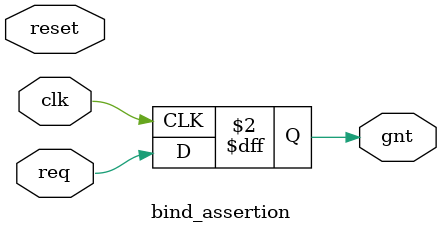
<source format=sv>
module bind_assertion(
  input wire clk,req,reset, 
  output reg gnt);
//=================================================
// Actual DUT RTL
//=================================================
always @ (posedge clk)
  gnt <= req;

endmodule

</source>
